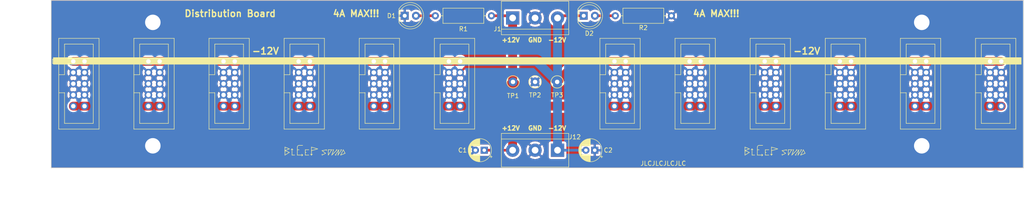
<source format=kicad_pcb>
(kicad_pcb (version 20221018) (generator pcbnew)
  (layers (0 "F.Cu" signal) (31 "B.Cu" signal) (34 "B.Paste" user) (35 "F.Paste" user) (36 "B.SilkS" user "B.Silkscreen") (37 "F.SilkS" user "F.Silkscreen") (38 "B.Mask" user) (39 "F.Mask" user) (44 "Edge.Cuts" user))
  (net 0 "")
  (net 1 "GND")
  (net 2 "+12V")
  (net 3 "-12V")
  (net 4 "Net-(D1-A)")
  (net 5 "Net-(D2-A)")
  (footprint "LED_THT:LED_D5.0mm_Clear" (layer "F.Cu") (at 111 55.5)
    (fp_text reference "D1" (at -3 0) (layer "F.SilkS"))
    (fp_text value "LED")
    (pad "1" thru_hole rect (at 0 0) (size 1.8 1.8) (drill 0.9) (layers "*.Cu" "*.Mask") (net 1 "GND"))
    (pad "2" thru_hole circle (at 2.54 0) (size 1.8 1.8) (drill 0.9) (layers "*.Cu" "*.Mask") (net 4 "Net-(D1-A)"))
  )
  (footprint "Connector_IDC:IDC-Header_2x05_P2.54mm_Vertical" (layer "F.Cu") (at 243.46 65.84)
    (fp_text reference "J3" hide)
    (fp_text value "Power connector")
    (pad "1" thru_hole roundrect (at 0 0) (size 1.7 1.7) (drill 1) (layers "*.Cu" "*.Mask") (roundrect_rratio 0.147059) (net 3 "-12V"))
    (pad "2" thru_hole circle (at 2.54 0) (size 1.7 1.7) (drill 1) (layers "*.Cu" "*.Mask") (net 3 "-12V"))
    (pad "3" thru_hole circle (at 0 2.54) (size 1.7 1.7) (drill 1) (layers "*.Cu" "*.Mask") (net 1 "GND"))
    (pad "4" thru_hole circle (at 2.54 2.54) (size 1.7 1.7) (drill 1) (layers "*.Cu" "*.Mask") (net 1 "GND"))
    (pad "5" thru_hole circle (at 0 5.08) (size 1.7 1.7) (drill 1) (layers "*.Cu" "*.Mask") (net 1 "GND"))
    (pad "6" thru_hole circle (at 2.54 5.08) (size 1.7 1.7) (drill 1) (layers "*.Cu" "*.Mask") (net 1 "GND"))
    (pad "7" thru_hole circle (at 0 7.62) (size 1.7 1.7) (drill 1) (layers "*.Cu" "*.Mask") (net 1 "GND"))
    (pad "8" thru_hole circle (at 2.54 7.62) (size 1.7 1.7) (drill 1) (layers "*.Cu" "*.Mask") (net 1 "GND"))
    (pad "9" thru_hole circle (at 0 10.16) (size 1.7 1.7) (drill 1) (layers "*.Cu" "*.Mask") (net 2 "+12V"))
    (pad "10" thru_hole circle (at 2.54 10.16) (size 1.7 1.7) (drill 1) (layers "*.Cu" "*.Mask") (net 2 "+12V"))
  )
  (footprint "Resistor_THT:R_Axial_DIN0309_L9.0mm_D3.2mm_P12.70mm_Horizontal" (layer "F.Cu") (at 117.925 55.5)
    (fp_text reference "R1" (at 6.35 3) (layer "F.SilkS"))
    (fp_text value "2.2k")
    (pad "1" thru_hole circle (at 0 0) (size 1.6 1.6) (drill 0.8) (layers "*.Cu" "*.Mask") (net 4 "Net-(D1-A)"))
    (pad "2" thru_hole oval (at 12.7 0) (size 1.6 1.6) (drill 0.8) (layers "*.Cu" "*.Mask") (net 2 "+12V"))
  )
  (footprint "TestPoint:TestPoint_Keystone_5000-5004_Miniature" (layer "F.Cu") (at 140.5 70.5)
    (fp_text reference "TP2" (at 0 3) (layer "F.SilkS"))
    (fp_text value "GND")
    (pad "1" thru_hole circle (at 0 0) (size 2 2) (drill 1) (layers "*.Cu" "*.Mask") (net 1 "GND"))
  )
  (footprint "TestPoint:TestPoint_Keystone_5000-5004_Miniature" (layer "F.Cu") (at 145.5 70.5)
    (fp_text reference "TP3" (at 0 3) (layer "F.SilkS"))
    (fp_text value "-V")
    (pad "1" thru_hole circle (at 0 0) (size 2 2) (drill 1) (layers "*.Cu" "*.Mask") (net 3 "-12V"))
  )
  (footprint "TestPoint:TestPoint_Keystone_5000-5004_Miniature" (layer "F.Cu") (at 135.5 70.5)
    (fp_text reference "TP1" (at 0 3.16) (layer "F.SilkS"))
    (fp_text value "+V")
    (pad "1" thru_hole circle (at 0 0) (size 2 2) (drill 1) (layers "*.Cu" "*.Mask") (net 2 "+12V"))
  )
  (footprint "LED_THT:LED_D5.0mm_Clear" (layer "F.Cu") (at 151.5 55.5)
    (fp_text reference "D2" (at 1.27 4) (layer "F.SilkS"))
    (fp_text value "LED")
    (pad "1" thru_hole rect (at 0 0) (size 1.8 1.8) (drill 0.9) (layers "*.Cu" "*.Mask") (net 3 "-12V"))
    (pad "2" thru_hole circle (at 2.54 0) (size 1.8 1.8) (drill 0.9) (layers "*.Cu" "*.Mask") (net 5 "Net-(D2-A)"))
  )
  (footprint "Resistor_THT:R_Axial_DIN0309_L9.0mm_D3.2mm_P12.70mm_Horizontal" (layer "F.Cu") (at 171.35 55.5 180)
    (fp_text reference "R2" (at 6.35 -2.72) (layer "F.SilkS"))
    (fp_text value "2.2k")
    (pad "1" thru_hole circle (at 0 0 180) (size 1.6 1.6) (drill 0.8) (layers "*.Cu" "*.Mask") (net 1 "GND"))
    (pad "2" thru_hole oval (at 12.7 0 180) (size 1.6 1.6) (drill 0.8) (layers "*.Cu" "*.Mask") (net 5 "Net-(D2-A)"))
  )
  (footprint "Connector_IDC:IDC-Header_2x05_P2.54mm_Vertical" (layer "F.Cu") (at 36 65.84)
    (fp_text reference "J2" hide)
    (fp_text value "Power connector")
    (pad "1" thru_hole roundrect (at 0 0) (size 1.7 1.7) (drill 1) (layers "*.Cu" "*.Mask") (roundrect_rratio 0.147059) (net 3 "-12V"))
    (pad "2" thru_hole circle (at 2.54 0) (size 1.7 1.7) (drill 1) (layers "*.Cu" "*.Mask") (net 3 "-12V"))
    (pad "3" thru_hole circle (at 0 2.54) (size 1.7 1.7) (drill 1) (layers "*.Cu" "*.Mask") (net 1 "GND"))
    (pad "4" thru_hole circle (at 2.54 2.54) (size 1.7 1.7) (drill 1) (layers "*.Cu" "*.Mask") (net 1 "GND"))
    (pad "5" thru_hole circle (at 0 5.08) (size 1.7 1.7) (drill 1) (layers "*.Cu" "*.Mask") (net 1 "GND"))
    (pad "6" thru_hole circle (at 2.54 5.08) (size 1.7 1.7) (drill 1) (layers "*.Cu" "*.Mask") (net 1 "GND"))
    (pad "7" thru_hole circle (at 0 7.62) (size 1.7 1.7) (drill 1) (layers "*.Cu" "*.Mask") (net 1 "GND"))
    (pad "8" thru_hole circle (at 2.54 7.62) (size 1.7 1.7) (drill 1) (layers "*.Cu" "*.Mask") (net 1 "GND"))
    (pad "9" thru_hole circle (at 0 10.16) (size 1.7 1.7) (drill 1) (layers "*.Cu" "*.Mask") (net 2 "+12V"))
    (pad "10" thru_hole circle (at 2.54 10.16) (size 1.7 1.7) (drill 1) (layers "*.Cu" "*.Mask") (net 2 "+12V"))
  )
  (footprint "Connector_IDC:IDC-Header_2x05_P2.54mm_Vertical" (layer "F.Cu") (at 175.46 65.84)
    (fp_text reference "J10" hide)
    (fp_text value "Power connector")
    (pad "1" thru_hole roundrect (at 0 0) (size 1.7 1.7) (drill 1) (layers "*.Cu" "*.Mask") (roundrect_rratio 0.147059) (net 3 "-12V"))
    (pad "2" thru_hole circle (at 2.54 0) (size 1.7 1.7) (drill 1) (layers "*.Cu" "*.Mask") (net 3 "-12V"))
    (pad "3" thru_hole circle (at 0 2.54) (size 1.7 1.7) (drill 1) (layers "*.Cu" "*.Mask") (net 1 "GND"))
    (pad "4" thru_hole circle (at 2.54 2.54) (size 1.7 1.7) (drill 1) (layers "*.Cu" "*.Mask") (net 1 "GND"))
    (pad "5" thru_hole circle (at 0 5.08) (size 1.7 1.7) (drill 1) (layers "*.Cu" "*.Mask") (net 1 "GND"))
    (pad "6" thru_hole circle (at 2.54 5.08) (size 1.7 1.7) (drill 1) (layers "*.Cu" "*.Mask") (net 1 "GND"))
    (pad "7" thru_hole circle (at 0 7.62) (size 1.7 1.7) (drill 1) (layers "*.Cu" "*.Mask") (net 1 "GND"))
    (pad "8" thru_hole circle (at 2.54 7.62) (size 1.7 1.7) (drill 1) (layers "*.Cu" "*.Mask") (net 1 "GND"))
    (pad "9" thru_hole circle (at 0 10.16) (size 1.7 1.7) (drill 1) (layers "*.Cu" "*.Mask") (net 2 "+12V"))
    (pad "10" thru_hole circle (at 2.54 10.16) (size 1.7 1.7) (drill 1) (layers "*.Cu" "*.Mask") (net 2 "+12V"))
  )
  (footprint "TerminalBlock:TerminalBlock_bornier-3_P5.08mm" (layer "F.Cu") (at 135.42 56)
    (fp_text reference "J1" (at -3.42 2.5) (layer "F.SilkS"))
    (fp_text value "Power Input")
    (pad "1" thru_hole rect (at 0 0) (size 3 3) (drill 1.52) (layers "*.Cu" "*.Mask") (net 2 "+12V"))
    (pad "2" thru_hole circle (at 5.08 0) (size 3 3) (drill 1.52) (layers "*.Cu" "*.Mask") (net 1 "GND"))
    (pad "3" thru_hole circle (at 10.16 0) (size 3 3) (drill 1.52) (layers "*.Cu" "*.Mask") (net 3 "-12V"))
  )
  (footprint "Capacitor_THT:CP_Radial_D5.0mm_P2.00mm" (layer "F.Cu") (at 154 86 180)
    (fp_text reference "C2" (at -3.044887 0) (layer "F.SilkS"))
    (fp_text value "100µF")
    (pad "1" thru_hole rect (at 0 0 180) (size 1.6 1.6) (drill 0.8) (layers "*.Cu" "*.Mask") (net 1 "GND"))
    (pad "2" thru_hole circle (at 2 0 180) (size 1.6 1.6) (drill 0.8) (layers "*.Cu" "*.Mask") (net 3 "-12V"))
  )
  (footprint "Connector_IDC:IDC-Header_2x05_P2.54mm_Vertical" (layer "F.Cu") (at 87 65.84)
    (fp_text reference "J6" hide)
    (fp_text value "Power connector")
    (pad "1" thru_hole roundrect (at 0 0) (size 1.7 1.7) (drill 1) (layers "*.Cu" "*.Mask") (roundrect_rratio 0.147059) (net 3 "-12V"))
    (pad "2" thru_hole circle (at 2.54 0) (size 1.7 1.7) (drill 1) (layers "*.Cu" "*.Mask") (net 3 "-12V"))
    (pad "3" thru_hole circle (at 0 2.54) (size 1.7 1.7) (drill 1) (layers "*.Cu" "*.Mask") (net 1 "GND"))
    (pad "4" thru_hole circle (at 2.54 2.54) (size 1.7 1.7) (drill 1) (layers "*.Cu" "*.Mask") (net 1 "GND"))
    (pad "5" thru_hole circle (at 0 5.08) (size 1.7 1.7) (drill 1) (layers "*.Cu" "*.Mask") (net 1 "GND"))
    (pad "6" thru_hole circle (at 2.54 5.08) (size 1.7 1.7) (drill 1) (layers "*.Cu" "*.Mask") (net 1 "GND"))
    (pad "7" thru_hole circle (at 0 7.62) (size 1.7 1.7) (drill 1) (layers "*.Cu" "*.Mask") (net 1 "GND"))
    (pad "8" thru_hole circle (at 2.54 7.62) (size 1.7 1.7) (drill 1) (layers "*.Cu" "*.Mask") (net 1 "GND"))
    (pad "9" thru_hole circle (at 0 10.16) (size 1.7 1.7) (drill 1) (layers "*.Cu" "*.Mask") (net 2 "+12V"))
    (pad "10" thru_hole circle (at 2.54 10.16) (size 1.7 1.7) (drill 1) (layers "*.Cu" "*.Mask") (net 2 "+12V"))
  )
  (footprint "Connector_IDC:IDC-Header_2x05_P2.54mm_Vertical" (layer "F.Cu") (at 209.46 65.84)
    (fp_text reference "J13" hide)
    (fp_text value "Power connector")
    (pad "1" thru_hole roundrect (at 0 0) (size 1.7 1.7) (drill 1) (layers "*.Cu" "*.Mask") (roundrect_rratio 0.147059) (net 3 "-12V"))
    (pad "2" thru_hole circle (at 2.54 0) (size 1.7 1.7) (drill 1) (layers "*.Cu" "*.Mask") (net 3 "-12V"))
    (pad "3" thru_hole circle (at 0 2.54) (size 1.7 1.7) (drill 1) (layers "*.Cu" "*.Mask") (net 1 "GND"))
    (pad "4" thru_hole circle (at 2.54 2.54) (size 1.7 1.7) (drill 1) (layers "*.Cu" "*.Mask") (net 1 "GND"))
    (pad "5" thru_hole circle (at 0 5.08) (size 1.7 1.7) (drill 1) (layers "*.Cu" "*.Mask") (net 1 "GND"))
    (pad "6" thru_hole circle (at 2.54 5.08) (size 1.7 1.7) (drill 1) (layers "*.Cu" "*.Mask") (net 1 "GND"))
    (pad "7" thru_hole circle (at 0 7.62) (size 1.7 1.7) (drill 1) (layers "*.Cu" "*.Mask") (net 1 "GND"))
    (pad "8" thru_hole circle (at 2.54 7.62) (size 1.7 1.7) (drill 1) (layers "*.Cu" "*.Mask") (net 1 "GND"))
    (pad "9" thru_hole circle (at 0 10.16) (size 1.7 1.7) (drill 1) (layers "*.Cu" "*.Mask") (net 2 "+12V"))
    (pad "10" thru_hole circle (at 2.54 10.16) (size 1.7 1.7) (drill 1) (layers "*.Cu" "*.Mask") (net 2 "+12V"))
  )
  (footprint "Connector_IDC:IDC-Header_2x05_P2.54mm_Vertical" (layer "F.Cu") (at 121 65.84)
    (fp_text reference "J8" hide)
    (fp_text value "Power connector")
    (pad "1" thru_hole roundrect (at 0 0) (size 1.7 1.7) (drill 1) (layers "*.Cu" "*.Mask") (roundrect_rratio 0.147059) (net 3 "-12V"))
    (pad "2" thru_hole circle (at 2.54 0) (size 1.7 1.7) (drill 1) (layers "*.Cu" "*.Mask") (net 3 "-12V"))
    (pad "3" thru_hole circle (at 0 2.54) (size 1.7 1.7) (drill 1) (layers "*.Cu" "*.Mask") (net 1 "GND"))
    (pad "4" thru_hole circle (at 2.54 2.54) (size 1.7 1.7) (drill 1) (layers "*.Cu" "*.Mask") (net 1 "GND"))
    (pad "5" thru_hole circle (at 0 5.08) (size 1.7 1.7) (drill 1) (layers "*.Cu" "*.Mask") (net 1 "GND"))
    (pad "6" thru_hole circle (at 2.54 5.08) (size 1.7 1.7) (drill 1) (layers "*.Cu" "*.Mask") (net 1 "GND"))
    (pad "7" thru_hole circle (at 0 7.62) (size 1.7 1.7) (drill 1) (layers "*.Cu" "*.Mask") (net 1 "GND"))
    (pad "8" thru_hole circle (at 2.54 7.62) (size 1.7 1.7) (drill 1) (layers "*.Cu" "*.Mask") (net 1 "GND"))
    (pad "9" thru_hole circle (at 0 10.16) (size 1.7 1.7) (drill 1) (layers "*.Cu" "*.Mask") (net 2 "+12V"))
    (pad "10" thru_hole circle (at 2.54 10.16) (size 1.7 1.7) (drill 1) (layers "*.Cu" "*.Mask") (net 2 "+12V"))
  )
  (footprint "Connector_IDC:IDC-Header_2x05_P2.54mm_Vertical" (layer "F.Cu") (at 192.46 65.84)
    (fp_text reference "J11" hide)
    (fp_text value "Power connector")
    (pad "1" thru_hole roundrect (at 0 0) (size 1.7 1.7) (drill 1) (layers "*.Cu" "*.Mask") (roundrect_rratio 0.147059) (net 3 "-12V"))
    (pad "2" thru_hole circle (at 2.54 0) (size 1.7 1.7) (drill 1) (layers "*.Cu" "*.Mask") (net 3 "-12V"))
    (pad "3" thru_hole circle (at 0 2.54) (size 1.7 1.7) (drill 1) (layers "*.Cu" "*.Mask") (net 1 "GND"))
    (pad "4" thru_hole circle (at 2.54 2.54) (size 1.7 1.7) (drill 1) (layers "*.Cu" "*.Mask") (net 1 "GND"))
    (pad "5" thru_hole circle (at 0 5.08) (size 1.7 1.7) (drill 1) (layers "*.Cu" "*.Mask") (net 1 "GND"))
    (pad "6" thru_hole circle (at 2.54 5.08) (size 1.7 1.7) (drill 1) (layers "*.Cu" "*.Mask") (net 1 "GND"))
    (pad "7" thru_hole circle (at 0 7.62) (size 1.7 1.7) (drill 1) (layers "*.Cu" "*.Mask") (net 1 "GND"))
    (pad "8" thru_hole circle (at 2.54 7.62) (size 1.7 1.7) (drill 1) (layers "*.Cu" "*.Mask") (net 1 "GND"))
    (pad "9" thru_hole circle (at 0 10.16) (size 1.7 1.7) (drill 1) (layers "*.Cu" "*.Mask") (net 2 "+12V"))
    (pad "10" thru_hole circle (at 2.54 10.16) (size 1.7 1.7) (drill 1) (layers "*.Cu" "*.Mask") (net 2 "+12V"))
  )
  (footprint "Connector_IDC:IDC-Header_2x05_P2.54mm_Vertical" (layer "F.Cu") (at 226.46 65.84)
    (fp_text reference "J14" hide)
    (fp_text value "Power connector")
    (pad "1" thru_hole roundrect (at 0 0) (size 1.7 1.7) (drill 1) (layers "*.Cu" "*.Mask") (roundrect_rratio 0.147059) (net 3 "-12V"))
    (pad "2" thru_hole circle (at 2.54 0) (size 1.7 1.7) (drill 1) (layers "*.Cu" "*.Mask") (net 3 "-12V"))
    (pad "3" thru_hole circle (at 0 2.54) (size 1.7 1.7) (drill 1) (layers "*.Cu" "*.Mask") (net 1 "GND"))
    (pad "4" thru_hole circle (at 2.54 2.54) (size 1.7 1.7) (drill 1) (layers "*.Cu" "*.Mask") (net 1 "GND"))
    (pad "5" thru_hole circle (at 0 5.08) (size 1.7 1.7) (drill 1) (layers "*.Cu" "*.Mask") (net 1 "GND"))
    (pad "6" thru_hole circle (at 2.54 5.08) (size 1.7 1.7) (drill 1) (layers "*.Cu" "*.Mask") (net 1 "GND"))
    (pad "7" thru_hole circle (at 0 7.62) (size 1.7 1.7) (drill 1) (layers "*.Cu" "*.Mask") (net 1 "GND"))
    (pad "8" thru_hole circle (at 2.54 7.62) (size 1.7 1.7) (drill 1) (layers "*.Cu" "*.Mask") (net 1 "GND"))
    (pad "9" thru_hole circle (at 0 10.16) (size 1.7 1.7) (drill 1) (layers "*.Cu" "*.Mask") (net 2 "+12V"))
    (pad "10" thru_hole circle (at 2.54 10.16) (size 1.7 1.7) (drill 1) (layers "*.Cu" "*.Mask") (net 2 "+12V"))
  )
  (footprint "TerminalBlock:TerminalBlock_bornier-3_P5.08mm" (layer "F.Cu") (at 145.58 86 180)
    (fp_text reference "J12" (at -3.92 3) (layer "F.SilkS"))
    (fp_text value "Power Output")
    (pad "1" thru_hole rect (at 0 0 180) (size 3 3) (drill 1.52) (layers "*.Cu" "*.Mask") (net 3 "-12V"))
    (pad "2" thru_hole circle (at 5.08 0 180) (size 3 3) (drill 1.52) (layers "*.Cu" "*.Mask") (net 1 "GND"))
    (pad "3" thru_hole circle (at 10.16 0 180) (size 3 3) (drill 1.52) (layers "*.Cu" "*.Mask") (net 2 "+12V"))
  )
  (footprint "Connector_IDC:IDC-Header_2x05_P2.54mm_Vertical" (layer "F.Cu") (at 104 65.84)
    (fp_text reference "J7" hide)
    (fp_text value "Power connector")
    (pad "1" thru_hole roundrect (at 0 0) (size 1.7 1.7) (drill 1) (layers "*.Cu" "*.Mask") (roundrect_rratio 0.147059) (net 3 "-12V"))
    (pad "2" thru_hole circle (at 2.54 0) (size 1.7 1.7) (drill 1) (layers "*.Cu" "*.Mask") (net 3 "-12V"))
    (pad "3" thru_hole circle (at 0 2.54) (size 1.7 1.7) (drill 1) (layers "*.Cu" "*.Mask") (net 1 "GND"))
    (pad "4" thru_hole circle (at 2.54 2.54) (size 1.7 1.7) (drill 1) (layers "*.Cu" "*.Mask") (net 1 "GND"))
    (pad "5" thru_hole circle (at 0 5.08) (size 1.7 1.7) (drill 1) (layers "*.Cu" "*.Mask") (net 1 "GND"))
    (pad "6" thru_hole circle (at 2.54 5.08) (size 1.7 1.7) (drill 1) (layers "*.Cu" "*.Mask") (net 1 "GND"))
    (pad "7" thru_hole circle (at 0 7.62) (size 1.7 1.7) (drill 1) (layers "*.Cu" "*.Mask") (net 1 "GND"))
    (pad "8" thru_hole circle (at 2.54 7.62) (size 1.7 1.7) (drill 1) (layers "*.Cu" "*.Mask") (net 1 "GND"))
    (pad "9" thru_hole circle (at 0 10.16) (size 1.7 1.7) (drill 1) (layers "*.Cu" "*.Mask") (net 2 "+12V"))
    (pad "10" thru_hole circle (at 2.54 10.16) (size 1.7 1.7) (drill 1) (layers "*.Cu" "*.Mask") (net 2 "+12V"))
  )
  (footprint "Capacitor_THT:CP_Radial_D5.0mm_P2.00mm" (layer "F.Cu") (at 129 86 180)
    (fp_text reference "C1" (at 4.910225 0) (layer "F.SilkS"))
    (fp_text value "100µF")
    (pad "1" thru_hole rect (at 0 0 180) (size 1.6 1.6) (drill 0.8) (layers "*.Cu" "*.Mask") (net 2 "+12V"))
    (pad "2" thru_hole circle (at 2 0 180) (size 1.6 1.6) (drill 0.8) (layers "*.Cu" "*.Mask") (net 1 "GND"))
  )
  (footprint "Connector_IDC:IDC-Header_2x05_P2.54mm_Vertical" (layer "F.Cu") (at 158.46 65.84)
    (fp_text reference "J9" hide)
    (fp_text value "Power connector")
    (pad "1" thru_hole roundrect (at 0 0) (size 1.7 1.7) (drill 1) (layers "*.Cu" "*.Mask") (roundrect_rratio 0.147059) (net 3 "-12V"))
    (pad "2" thru_hole circle (at 2.54 0) (size 1.7 1.7) (drill 1) (layers "*.Cu" "*.Mask") (net 3 "-12V"))
    (pad "3" thru_hole circle (at 0 2.54) (size 1.7 1.7) (drill 1) (layers "*.Cu" "*.Mask") (net 1 "GND"))
    (pad "4" thru_hole circle (at 2.54 2.54) (size 1.7 1.7) (drill 1) (layers "*.Cu" "*.Mask") (net 1 "GND"))
    (pad "5" thru_hole circle (at 0 5.08) (size 1.7 1.7) (drill 1) (layers "*.Cu" "*.Mask") (net 1 "GND"))
    (pad "6" thru_hole circle (at 2.54 5.08) (size 1.7 1.7) (drill 1) (layers "*.Cu" "*.Mask") (net 1 "GND"))
    (pad "7" thru_hole circle (at 0 7.62) (size 1.7 1.7) (drill 1) (layers "*.Cu" "*.Mask") (net 1 "GND"))
    (pad "8" thru_hole circle (at 2.54 7.62) (size 1.7 1.7) (drill 1) (layers "*.Cu" "*.Mask") (net 1 "GND"))
    (pad "9" thru_hole circle (at 0 10.16) (size 1.7 1.7) (drill 1) (layers "*.Cu" "*.Mask") (net 2 "+12V"))
    (pad "10" thru_hole circle (at 2.54 10.16) (size 1.7 1.7) (drill 1) (layers "*.Cu" "*.Mask") (net 2 "+12V"))
  )
  (footprint "Connector_IDC:IDC-Header_2x05_P2.54mm_Vertical" (layer "F.Cu") (at 70 65.84)
    (fp_text reference "J5" hide)
    (fp_text value "Power connector")
    (pad "1" thru_hole roundrect (at 0 0) (size 1.7 1.7) (drill 1) (layers "*.Cu" "*.Mask") (roundrect_rratio 0.147059) (net 3 "-12V"))
    (pad "2" thru_hole circle (at 2.54 0) (size 1.7 1.7) (drill 1) (layers "*.Cu" "*.Mask") (net 3 "-12V"))
    (pad "3" thru_hole circle (at 0 2.54) (size 1.7 1.7) (drill 1) (layers "*.Cu" "*.Mask") (net 1 "GND"))
    (pad "4" thru_hole circle (at 2.54 2.54) (size 1.7 1.7) (drill 1) (layers "*.Cu" "*.Mask") (net 1 "GND"))
    (pad "5" thru_hole circle (at 0 5.08) (size 1.7 1.7) (drill 1) (layers "*.Cu" "*.Mask") (net 1 "GND"))
    (pad "6" thru_hole circle (at 2.54 5.08) (size 1.7 1.7) (drill 1) (layers "*.Cu" "*.Mask") (net 1 "GND"))
    (pad "7" thru_hole circle (at 0 7.62) (size 1.7 1.7) (drill 1) (layers "*.Cu" "*.Mask") (net 1 "GND"))
    (pad "8" thru_hole circle (at 2.54 7.62) (size 1.7 1.7) (drill 1) (layers "*.Cu" "*.Mask") (net 1 "GND"))
    (pad "9" thru_hole circle (at 0 10.16) (size 1.7 1.7) (drill 1) (layers "*.Cu" "*.Mask") (net 2 "+12V"))
    (pad "10" thru_hole circle (at 2.54 10.16) (size 1.7 1.7) (drill 1) (layers "*.Cu" "*.Mask") (net 2 "+12V"))
  )
  (footprint "Connector_IDC:IDC-Header_2x05_P2.54mm_Vertical" (layer "F.Cu") (at 53 65.84)
    (fp_text reference "J4" hide)
    (fp_text value "Power connector")
    (pad "1" thru_hole roundrect (at 0 0) (size 1.7 1.7) (drill 1) (layers "*.Cu" "*.Mask") (roundrect_rratio 0.147059) (net 3 "-12V"))
    (pad "2" thru_hole circle (at 2.54 0) (size 1.7 1.7) (drill 1) (layers "*.Cu" "*.Mask") (net 3 "-12V"))
    (pad "3" thru_hole circle (at 0 2.54) (size 1.7 1.7) (drill 1) (layers "*.Cu" "*.Mask") (net 1 "GND"))
    (pad "4" thru_hole circle (at 2.54 2.54) (size 1.7 1.7) (drill 1) (layers "*.Cu" "*.Mask") (net 1 "GND"))
    (pad "5" thru_hole circle (at 0 5.08) (size 1.7 1.7) (drill 1) (layers "*.Cu" "*.Mask") (net 1 "GND"))
    (pad "6" thru_hole circle (at 2.54 5.08) (size 1.7 1.7) (drill 1) (layers "*.Cu" "*.Mask") (net 1 "GND"))
    (pad "7" thru_hole circle (at 0 7.62) (size 1.7 1.7) (drill 1) (layers "*.Cu" "*.Mask") (net 1 "GND"))
    (pad "8" thru_hole circle (at 2.54 7.62) (size 1.7 1.7) (drill 1) (layers "*.Cu" "*.Mask") (net 1 "GND"))
    (pad "9" thru_hole circle (at 0 10.16) (size 1.7 1.7) (drill 1) (layers "*.Cu" "*.Mask") (net 2 "+12V"))
    (pad "10" thru_hole circle (at 2.54 10.16) (size 1.7 1.7) (drill 1) (layers "*.Cu" "*.Mask") (net 2 "+12V"))
  )
  (gr_line (start 95.9 87.1) (end 96.7 85.9) (stroke (width 0.12)) (layer "F.SilkS"))
  (gr_line (start 188 86.1) (end 189 85.7) (stroke (width 0.12)) (layer "F.SilkS"))
  (gr_line (start 84.9 86.5) (end 83.9 86.1) (stroke (width 0.12)) (layer "F.SilkS"))
  (gr_line (start 94.9 85.9) (end 94.7 85.9) (stroke (width 0.12)) (layer "F.SilkS"))
  (gr_line (start 86.7 85.3) (end 86.7 87.1) (stroke (width 0.12)) (layer "F.SilkS"))
  (gr_line (start 201.2 85.9) (end 201.6 86.7) (stroke (width 0.12)) (layer "F.SilkS"))
  (gr_line (start 84.9 85.7) (end 83.9 85.3) (stroke (width 0.12)) (layer "F.SilkS"))
  (gr_line (start 192 87.1) (end 191.8 86.9) (stroke (width 0.12)) (layer "F.SilkS"))
  (gr_line (start 200.2 85.9) (end 199.4 87.1) (stroke (width 0.12)) (layer "F.SilkS"))
  (gr_line (start 96.1 85.9) (end 95.9 87.1) (stroke (width 0.12)) (layer "F.SilkS"))
  (gr_line (start 95.3 87.1) (end 95.5 87.1) (stroke (width 0.12)) (layer "F.SilkS"))
  (gr_line (start 88.5 85.9) (end 88.5 87.1) (stroke (width 0.12)) (layer "F.SilkS"))
  (gr_line (start 189.6 85.7) (end 189.4 85.9) (stroke (width 0.12)) (layer "F.SilkS"))
  (gr_line (start 197.4 85.9) (end 197.4 86.1) (stroke (width 0.12)) (layer "F.SilkS"))
  (gr_line (start 192.6 86.5) (end 192.8 86.5) (stroke (width 0.12)) (layer "F.SilkS"))
  (gr_line (start 87.1 84.9) (end 87.9 84.9) (stroke (width 0.12)) (layer "F.SilkS"))
  (gr_line (start 96.1 85.9) (end 95.3 87.1) (stroke (width 0.12)) (layer "F.SilkS"))
  (gr_line (start 85.5 85.7) (end 85.5 87.1) (stroke (width 0.12)) (layer "F.SilkS"))
  (gr_line (start 199 85.9) (end 198.8 85.9) (stroke (width 0.12)) (layer "F.SilkS"))
  (gr_line (start 195.4 85.7) (end 194 86.1) (stroke (width 0.12)) (layer "F.SilkS"))
  (gr_line (start 88.5 87.1) (end 89.3 87.1) (stroke (width 0.12)) (layer "F.SilkS"))
  (gr_line (start 93.3 85.9) (end 93.3 86.1) (stroke (width 0.12)) (layer "F.SilkS"))
  (gr_line (start 189.6 85.7) (end 189.6 87.1) (stroke (width 0.12)) (layer "F.SilkS"))
  (gr_line (start 95.7 85.9) (end 95.5 85.9) (stroke (width 0.12)) (layer "F.SilkS"))
  (gr_line (start 83.9 86.1) (end 84.9 85.7) (stroke (width 0.12)) (layer "F.SilkS"))
  (gr_line (start 93.1 86.7) (end 92.3 87.1) (stroke (width 0.12)) (layer "F.SilkS"))
  (gr_arc (start 190.8 85.3) (mid 190.917157 85.017157) (end 191.2 84.9) (stroke (width 0.12)) (layer "F.SilkS"))
  (gr_line (start 85.5 85.7) (end 85.7 85.9) (stroke (width 0.12)) (layer "F.SilkS"))
  (gr_line (start 93.7 85.9) (end 93.7 87.1) (stroke (width 0.12)) (layer "F.SilkS"))
  (gr_line (start 87.9 87.1) (end 87.7 87.3) (stroke (width 0.12)) (layer "F.SilkS"))
  (gr_line (start 89.9 85.3) (end 89.9 87.1) (stroke (width 0.12)) (layer "F.SilkS"))
  (gr_line (start 94.9 85.9) (end 94.5 87.1) (stroke (width 0.12)) (layer "F.SilkS"))
  (gr_line (start 201.2 85.9) (end 200.6 87.1) (stroke (width 0.12)) (layer "F.SilkS"))
  (gr_line (start 96.7 85.9) (end 96.5 85.9) (stroke (width 0.12)) (layer "F.SilkS"))
  (gr_line (start 194 85.3) (end 195.4 85.7) (stroke (width 0.12)) (layer "F.SilkS"))
  (gr_line (start 83.9 85.3) (end 83.9 87.1) (stroke (width 0.12)) (layer "F.SilkS"))
  (gr_line (start 196.4 86.1) (end 197.2 86.7) (stroke (width 0.12)) (layer "F.SilkS"))
  (gr_line (start 89.9 85.3) (end 91.3 85.7) (stroke (width 0.12)) (layer "F.SilkS"))
  (gr_line (start 192 87.1) (end 191.8 87.3) (stroke (width 0.12)) (layer "F.SilkS"))
  (gr_line (start 88.5 86.5) (end 88.7 86.5) (stroke (width 0.12)) (layer "F.SilkS"))
  (gr_line (start 193.8 86.9) (end 194 87.1) (stroke (width 0.12)) (layer "F.SilkS"))
  (gr_line (start 86.7 87.1) (end 87.9 87.1) (stroke (width 0.12)) (layer "F.SilkS"))
  (gr_line (start 197.2 86.7) (end 196.4 87.1) (stroke (width 0.12)) (layer "F.SilkS"))
  (gr_line (start 200.8 85.9) (end 200.6 85.9) (stroke (width 0.12)) (layer "F.SilkS"))
  (gr_line (start 94.5 85.9) (end 93.7 85.9) (stroke (width 0.12)) (layer "F.SilkS"))
  (gr_line (start 86.7 85.9) (end 87.1 85.9) (stroke (width 0.12)) (layer "F.SilkS"))
  (gr_line (start 188 87.1) (end 189 86.5) (stroke (width 0.12)) (layer "F.SilkS"))
  (gr_line (start 92.3 86.1) (end 93.1 86.7) (stroke (width 0.12)) (layer "F.SilkS"))
  (gr_arc (start 86.7 85.3) (mid 86.817157 85.017157) (end 87.1 84.9) (stroke (width 0.12)) (layer "F.SilkS"))
  (gr_line (start 190.8 85.9) (end 191.2 85.9) (stroke (width 0.12)) (layer "F.SilkS"))
  (gr_line (start 89.7 86.9) (end 89.9 87.1) (stroke (width 0.12)) (layer "F.SilkS"))
  (gr_line (start 189.6 87.1) (end 190.2 87.1) (stroke (width 0.12)) (layer "F.SilkS"))
  (gr_line (start 198.6 85.9) (end 197.8 85.9) (stroke (width 0.12)) (layer "F.SilkS"))
  (gr_line (start 200.6 87.1) (end 201.6 86.7) (stroke (width 0.12)) (layer "F.SilkS"))
  (gr_line (start 190.8 87.1) (end 192 87.1) (stroke (width 0.12)) (layer "F.SilkS"))
  (gr_line (start 88.5 85.9) (end 89.3 85.9) (stroke (width 0.12)) (layer "F.SilkS"))
  (gr_line (start 87.9 87.1) (end 87.7 86.9) (stroke (width 0.12)) (layer "F.SilkS"))
  (gr_line (start 192.6 85.9) (end 193.4 85.9) (stroke (width 0.12)) (layer "F.SilkS"))
  (gr_line (start 94.5 87.1) (end 95.7 85.9) (stroke (width 0.12)) (layer "F.SilkS"))
  (gr_line (start 194 87.1) (end 194 86.9) (stroke (width 0.12)) (layer "F.SilkS"))
  (gr_line (start 97.1 85.9) (end 96.5 87.1) (stroke (width 0.12)) (layer "F.SilkS"))
  (gr_line (start 83.9 87.1) (end 84.9 86.5) (stroke (width 0.12)) (layer "F.SilkS"))
  (gr_line (start 197.8 85.9) (end 197.8 87.1) (stroke (width 0.12)) (layer "F.SilkS"))
  (gr_line (start 200.2 85.9) (end 200 87.1) (stroke (width 0.12)) (layer "F.SilkS"))
  (gr_line (start 89.9 87.1) (end 89.9 86.9) (stroke (width 0.12)) (layer "F.SilkS"))
  (gr_line (start 198.6 87.1) (end 199.8 85.9) (stroke (width 0.12)) (layer "F.SilkS"))
  (gr_line (start 192.6 85.9) (end 192.6 87.1) (stroke (width 0.12)) (layer "F.SilkS"))
  (gr_line (start 89.9 87.1) (end 90.1 86.9) (stroke (width 0.12)) (layer "F.SilkS"))
  (gr_line (start 192.6 87.1) (end 193.4 87.1) (stroke (width 0.12)) (layer "F.SilkS"))
  (gr_line (start 85.5 85.7) (end 85.3 85.9) (stroke (width 0.12)) (layer "F.SilkS"))
  (gr_line (start 96.5 87.1) (end 97.5 86.7) (stroke (width 0.12)) (layer "F.SilkS"))
  (gr_line (start 189.6 85.7) (end 189.8 85.9) (stroke (width 0.12)) (layer "F.SilkS"))
  (gr_line (start 93.7 87.1) (end 94.5 85.9) (stroke (width 0.12)) (layer "F.SilkS"))
  (gr_line (start 91.3 85.7) (end 89.9 86.1) (stroke (width 0.12)) (layer "F.SilkS"))
  (gr_rect (start 31.5 65) (end 250.5 66.5) (stroke (width 0.12)) (fill solid) (layer "F.SilkS"))
  (gr_line (start 97.1 85.9) (end 97.5 86.7) (stroke (width 0.12)) (layer "F.SilkS"))
  (gr_line (start 93.3 85.9) (end 92.3 86.1) (stroke (width 0.12)) (layer "F.SilkS"))
  (gr_line (start 194 85.3) (end 194 87.1) (stroke (width 0.12)) (layer "F.SilkS"))
  (gr_line (start 189 85.7) (end 188 85.3) (stroke (width 0.12)) (layer "F.SilkS"))
  (gr_line (start 190.8 85.3) (end 190.8 87.1) (stroke (width 0.12)) (layer "F.SilkS"))
  (gr_line (start 189 86.5) (end 188 86.1) (stroke (width 0.12)) (layer "F.SilkS"))
  (gr_line (start 199.4 87.1) (end 199.6 87.1) (stroke (width 0.12)) (layer "F.SilkS"))
  (gr_line (start 199.8 85.9) (end 199.6 85.9) (stroke (width 0.12)) (layer "F.SilkS"))
  (gr_line (start 196.4 87.1) (end 196.4 86.9) (stroke (width 0.12)) (layer "F.SilkS"))
  (gr_line (start 191.2 84.9) (end 192 84.9) (stroke (width 0.12)) (layer "F.SilkS"))
  (gr_line (start 200 87.1) (end 200.8 85.9) (stroke (width 0.12)) (layer "F.SilkS"))
  (gr_line (start 188 85.3) (end 188 87.1) (stroke (width 0.12)) (layer "F.SilkS"))
  (gr_line (start 199 85.9) (end 198.6 87.1) (stroke (width 0.12)) (layer "F.SilkS"))
  (gr_line (start 92.3 87.1) (end 92.3 86.9) (stroke (width 0.12)) (layer "F.SilkS"))
  (gr_line (start 197.8 87.1) (end 198.6 85.9) (stroke (width 0.12)) (layer "F.SilkS"))
  (gr_line (start 197.4 85.9) (end 196.4 86.1) (stroke (width 0.12)) (layer "F.SilkS"))
  (gr_line (start 85.5 87.1) (end 86.1 87.1) (stroke (width 0.12)) (layer "F.SilkS"))
  (gr_line (start 194 87.1) (end 194.2 86.9) (stroke (width 0.12)) (layer "F.SilkS"))
  (gr_line (start 251 52) (end 31 52) (stroke (width 0.15)) (layer "Edge.Cuts"))
  (gr_line (start 251 52) (end 251 90) (stroke (width 0.15)) (layer "Edge.Cuts"))
  (gr_line (start 31 90) (end 251 90) (stroke (width 0.15)) (layer "Edge.Cuts"))
  (gr_line (start 31 52) (end 31 90) (stroke (width 0.15)) (layer "Edge.Cuts"))
  (gr_text "JLCJLCJLCJLC" (at 169.5 89) (layer "F.SilkS") (effects (font (size 1 1))))
  (gr_text "-12V" (at 202 63.5) (layer "F.SilkS") (effects (font (size 1.5 1.5) (thickness 0.3))))
  (gr_text "-12V" (at 145.5 61) (layer "F.SilkS") (effects (font (size 1 1) (thickness 0.25))))
  (gr_text "+12V" (at 135 81) (layer "F.SilkS") (effects (font (size 1 1) (thickness 0.25))))
  (gr_text "Distribution Board" (at 71.5 55) (layer "F.SilkS") (effects (font (size 1.5 1.5) (thickness 0.3))))
  (gr_text "-12V" (at 79.5 63.5) (layer "F.SilkS") (effects (font (size 1.5 1.5) (thickness 0.3))))
  (gr_text "4A MAX!!!" (at 181.5 55) (layer "F.SilkS") (effects (font (size 1.5 1.5) (thickness 0.3))))
  (gr_text "-12V" (at 145.5 81) (layer "F.SilkS") (effects (font (size 1 1) (thickness 0.25))))
  (gr_text "+12V" (at 135 61) (layer "F.SilkS") (effects (font (size 1 1) (thickness 0.25))))
  (gr_text "GND" (at 140.5 81) (layer "F.SilkS") (effects (font (size 1 1) (thickness 0.25))))
  (gr_text "GND" (at 140.5 61) (layer "F.SilkS") (effects (font (size 1 1) (thickness 0.25))))
  (gr_text "4A MAX!!!" (at 100 55) (layer "F.SilkS") (effects (font (size 1.5 1.5) (thickness 0.3))))
  (via (at 54 57) (size 4.2) (drill 3.5) (layers "F.Cu" "B.Cu") (net 1))
  (via (at 228 57) (size 4.2) (drill 3.5) (layers "F.Cu" "B.Cu") (net 1))
  (via (at 54 85) (size 4.2) (drill 3.5) (layers "F.Cu" "B.Cu") (net 1))
  (via (at 228 85) (size 4.2) (drill 3.5) (layers "F.Cu" "B.Cu") (net 1))
  (segment (start 135.42 70.42) (end 135.5 70.5) (width 2) (layer "F.Cu") (net 2))
  (segment (start 134.92 55.5) (end 135.42 56) (width 0.6) (layer "F.Cu") (net 2))
  (segment (start 135.42 86) (end 135.42 70.58) (width 2) (layer "F.Cu") (net 2))
  (segment (start 123.54 76) (end 130 76) (width 2) (layer "F.Cu") (net 2))
  (segment (start 246 76) (end 158.46 76) (width 2) (layer "F.Cu") (net 2))
  (segment (start 129 86) (end 135.42 86) (width 0.6) (layer "F.Cu") (net 2))
  (segment (start 135.42 70.58) (end 135.5 70.5) (width 2) (layer "F.Cu") (net 2))
  (segment (start 135.42 56) (end 135.42 70.42) (width 2) (layer "F.Cu") (net 2))
  (segment (start 141 76) (end 135.5 70.5) (width 2) (layer "F.Cu") (net 2))
  (segment (start 130.625 55.5) (end 134.92 55.5) (width 0.6) (layer "F.Cu") (net 2))
  (segment (start 130 76) (end 135.5 70.5) (width 2) (layer "F.Cu") (net 2))
  (segment (start 36 76) (end 123.54 76) (width 2) (layer "F.Cu") (net 2))
  (segment (start 158.46 76) (end 141 76) (width 2) (layer "F.Cu") (net 2))
  (segment (start 151.5 55.5) (end 146.08 55.5) (width 0.6) (layer "F.Cu") (net 3))
  (segment (start 150.16 65.84) (end 145.5 70.5) (width 2) (layer "F.Cu") (net 3))
  (segment (start 146.08 55.5) (end 145.58 56) (width 0.6) (layer "F.Cu") (net 3))
  (segment (start 158.46 65.84) (end 150.16 65.84) (width 2) (layer "F.Cu") (net 3))
  (segment (start 158.46 65.84) (end 246 65.84) (width 2) (layer "F.Cu") (net 3))
  (segment (start 36 65.84) (end 123.54 65.84) (width 2) (layer "F.Cu") (net 3))
  (segment (start 145.58 70.42) (end 145.5 70.5) (width 2) (layer "B.Cu") (net 3))
  (segment (start 145.58 86) (end 145.58 70.58) (width 2) (layer "B.Cu") (net 3))
  (segment (start 140.84 65.84) (end 123.54 65.84) (width 2) (layer "B.Cu") (net 3))
  (segment (start 145.58 70.58) (end 145.5 70.5) (width 2) (layer "B.Cu") (net 3))
  (segment (start 152 86) (end 145.58 86) (width 0.6) (layer "B.Cu") (net 3))
  (segment (start 145.58 56) (end 145.58 70.42) (width 2) (layer "B.Cu") (net 3))
  (segment (start 145.5 70.5) (end 140.84 65.84) (width 2) (layer "B.Cu") (net 3))
  (segment (start 117.925 55.5) (end 113.54 55.5) (width 0.6) (layer "F.Cu") (net 4))
  (segment (start 154.04 55.5) (end 158.65 55.5) (width 0.6) (layer "F.Cu") (net 5))
  (zone (net 1) (net_name "GND") (layers "F&B.Cu") (connect_pads (clearance 0.508)) (min_thickness 0.254) (fill yes (thermal_gap 0.508) (thermal_bridge_width 0.508))
    (polygon (pts (xy 251 90) (xy 31 90) (xy 31 52) (xy 251 52)))
  )
)
</source>
